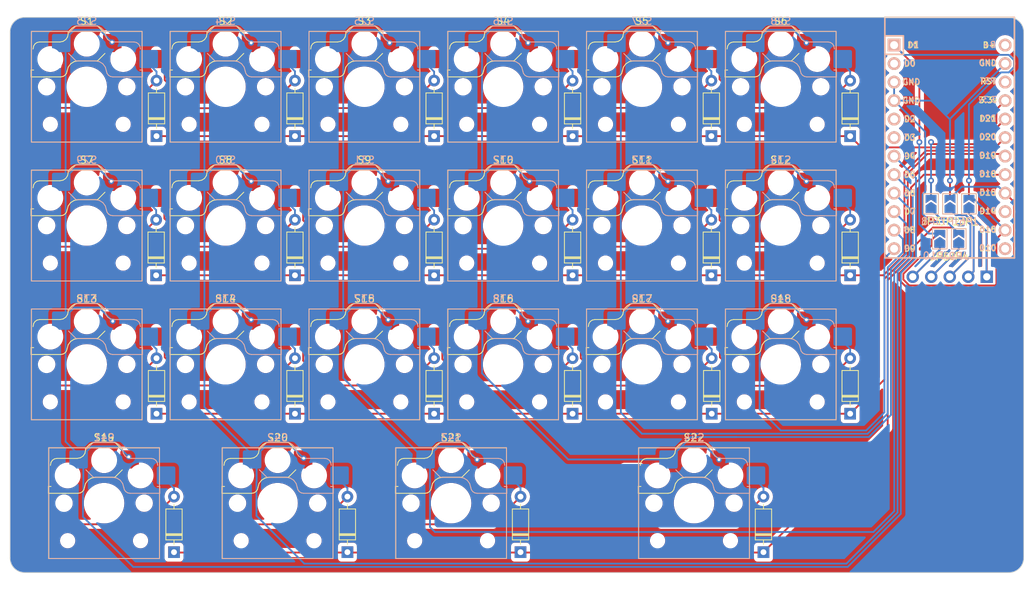
<source format=kicad_pcb>
(kicad_pcb (version 20221018) (generator pcbnew)
  (layers (0 "F.Cu" signal) (31 "B.Cu" signal) (34 "B.Paste" user) (35 "F.Paste" user) (36 "B.SilkS" user "B.Silkscreen") (37 "F.SilkS" user "F.Silkscreen") (38 "B.Mask" user) (39 "F.Mask" user) (44 "Edge.Cuts" user))
  (net 0 "")
  (net 1 "Row1")
  (net 2 "Net-(D1-A)")
  (net 3 "Net-(D2-A)")
  (net 4 "Net-(D3-A)")
  (net 5 "Net-(D4-A)")
  (net 6 "Net-(D5-A)")
  (net 7 "Net-(D6-A)")
  (net 8 "Row2")
  (net 9 "Net-(D7-A)")
  (net 10 "Net-(D8-A)")
  (net 11 "Net-(D9-A)")
  (net 12 "Net-(D10-A)")
  (net 13 "Net-(D11-A)")
  (net 14 "Net-(D12-A)")
  (net 15 "Row3")
  (net 16 "Net-(D13-A)")
  (net 17 "Net-(D14-A)")
  (net 18 "Net-(D15-A)")
  (net 19 "Net-(D16-A)")
  (net 20 "Net-(D17-A)")
  (net 21 "Net-(D18-A)")
  (net 22 "Row4")
  (net 23 "Net-(D19-A)")
  (net 24 "Net-(D20-A)")
  (net 25 "Column1")
  (net 26 "Column2")
  (net 27 "Column3")
  (net 28 "Column4")
  (net 29 "Column5")
  (net 30 "Column6")
  (net 36 "Net-(D21-A)")
  (net 37 "Net-(D22-A)")
  (net 38 "CS")
  (net 39 "Earth")
  (net 40 "+3.3V")
  (net 41 "SCK")
  (net 43 "MOSI")
  (net 45 "Net-(J1-CS)")
  (net 46 "Net-(J1-GND)")
  (net 47 "Net-(J1-VCC)")
  (net 48 "Net-(J1-SCK)")
  (net 49 "Net-(J1-MOSI)")
  (footprint "ScottoKeebs_Components:Diode_DO-35" (layer "F.Cu") (at 104.20875 127.6925 90)
    (fp_text reference "D19" hide)
    (fp_text value "Diode")
  )
  (footprint "ScottoKeebs_Components:Diode_DO-35" (layer "F.Cu") (at 139.90875 89.6925 90)
    (fp_text reference "D9" hide)
    (fp_text value "Diode")
  )
  (footprint "Jumper:SolderJumper-2_P1.3mm_Open_TrianglePad1.0x1.5mm" (layer "F.Cu") (at 208.10875 79.8925 90)
    (fp_text reference "JP3")
    (fp_text value "SolderJumper_2_Open" hide)
  )
  (footprint "ScottoKeebs_Hotswap:Hotswap_Choc_V1V2_1.00u" (layer "F.Cu") (at 92.23375 63.8175)
    (fp_text reference "S1")
    (fp_text value "Keyswitch")
  )
  (footprint "ScottoKeebs_Components:Diode_DO-35" (layer "F.Cu") (at 178.00875 108.6925 90)
    (fp_text reference "D17" hide)
    (fp_text value "Diode")
  )
  (footprint "Jumper:SolderJumper-2_P1.3mm_Open_TrianglePad1.0x1.5mm" (layer "F.Cu") (at 210.70875 79.8925 90)
    (fp_text reference "JP2")
    (fp_text value "SolderJumper_2_Open" hide)
  )
  (footprint "ScottoKeebs_Hotswap:Hotswap_Choc_V1V2_1.00u" (layer "F.Cu") (at 130.33375 63.8175)
    (fp_text reference "S3")
    (fp_text value "Keyswitch")
  )
  (footprint "ScottoKeebs_Components:Diode_DO-35" (layer "F.Cu") (at 185.10875 127.6925 90)
    (fp_text reference "D22" hide)
    (fp_text value "Diode")
  )
  (footprint "Jumper:SolderJumper-2_P1.3mm_Open_TrianglePad1.0x1.5mm" (layer "F.Cu") (at 213.30875 79.8925 90)
    (fp_text reference "JP1")
    (fp_text value "SolderJumper_2_Open" hide)
  )
  (footprint "ScottoKeebs_Hotswap:Hotswap_Choc_V1V2_2.25u" (layer "F.Cu") (at 175.5775 120.9675)
    (fp_text reference "S22")
    (fp_text value "Keyswitch")
  )
  (footprint "ScottoKeebs_Hotswap:Hotswap_Choc_V1V2_1.00u" (layer "F.Cu") (at 187.48375 82.8675)
    (fp_text reference "S12")
    (fp_text value "Keyswitch")
  )
  (footprint "Jumper:SolderJumper-2_P1.3mm_Open_TrianglePad1.0x1.5mm" (layer "F.Cu") (at 209.30875 84.6925 90)
    (fp_text reference "JP5")
    (fp_text value "SolderJumper_2_Open" hide)
  )
  (footprint "ScottoKeebs_Hotswap:Hotswap_Choc_V1V2_1.00u" (layer "F.Cu") (at 130.33375 82.8675)
    (fp_text reference "S9")
    (fp_text value "Keyswitch")
  )
  (footprint "ScottoKeebs_Components:Diode_DO-35" (layer "F.Cu") (at 197.00875 108.6925 90)
    (fp_text reference "D18" hide)
    (fp_text value "Diode")
  )
  (footprint "ScottoKeebs_Hotswap:Hotswap_Choc_V1V2_1.00u" (layer "F.Cu") (at 111.28375 101.9175)
    (fp_text reference "S14")
    (fp_text value "Keyswitch")
  )
  (footprint "ScottoKeebs_Hotswap:Hotswap_Choc_V1V2_1.25u" (layer "F.Cu") (at 94.615 120.9675)
    (fp_text reference "S19")
    (fp_text value "Keyswitch")
  )
  (footprint "ScottoKeebs_Hotswap:Hotswap_Choc_V1V2_1.00u" (layer "F.Cu") (at 92.23375 82.8675)
    (fp_text reference "S7")
    (fp_text value "Keyswitch")
  )
  (footprint "ScottoKeebs_Hotswap:Hotswap_Choc_V1V2_1.00u" (layer "F.Cu") (at 111.28375 63.8175)
    (fp_text reference "S2")
    (fp_text value "Keyswitch")
  )
  (footprint "ScottoKeebs_Components:Diode_DO-35" (layer "F.Cu") (at 120.80875 70.5925 90)
    (fp_text reference "D2" hide)
    (fp_text value "Diode")
  )
  (footprint "ScottoKeebs_Hotswap:Hotswap_Choc_V1V2_1.00u" (layer "F.Cu") (at 149.38375 82.8675)
    (fp_text reference "S10")
    (fp_text value "Keyswitch")
  )
  (footprint "ScottoKeebs_Components:Diode_DO-35" (layer "F.Cu") (at 177.95875 70.5925 90)
    (fp_text reference "D5" hide)
    (fp_text value "Diode")
  )
  (footprint "ScottoKeebs_Hotswap:Hotswap_Choc_V1V2_1.25u" (layer "F.Cu") (at 118.4275 120.9675)
    (fp_text reference "S20")
    (fp_text value "Keyswitch")
  )
  (footprint "ScottoKeebs_Components:Diode_DO-35" (layer "F.Cu") (at 139.90875 108.6925 90)
    (fp_text reference "D15" hide)
    (fp_text value "Diode")
  )
  (footprint "ScottoKeebs_Hotswap:Hotswap_Choc_V1V2_1.00u" (layer "F.Cu") (at 92.23375 101.9175)
    (fp_text reference "S13")
    (fp_text value "Keyswitch")
  )
  (footprint "ScottoKeebs_Hotswap:Hotswap_Choc_V1V2_1.00u" (layer "F.Cu") (at 168.43375 63.8175)
    (fp_text reference "S5")
    (fp_text value "Keyswitch")
  )
  (footprint "Jumper:SolderJumper-2_P1.3mm_Open_TrianglePad1.0x1.5mm" (layer "F.Cu") (at 211.90875 84.6925 90)
    (fp_text reference "JP4")
    (fp_text value "SolderJumper_2_Open" hide)
  )
  (footprint "ScottoKeebs_Components:Diode_DO-35" (layer "F.Cu") (at 151.765 127.6925 90)
    (fp_text reference "D21" hide)
    (fp_text value "Diode")
  )
  (footprint "ScottoKeebs_Components:Diode_DO-35" (layer "F.Cu") (at 120.80875 89.6925 90)
    (fp_text reference "D8" hide)
    (fp_text value "Diode")
  )
  (footprint "ScottoKeebs_Hotswap:Hotswap_Choc_V1V2_1.00u" (layer "F.Cu") (at 187.48375 63.8175)
    (fp_text reference "S6")
    (fp_text value "Keyswitch")
  )
  (footprint "ScottoKeebs_Components:Diode_DO-35" (layer "F.Cu") (at 101.80875 70.5925 90)
    (fp_text reference "D1" hide)
    (fp_text value "Diode")
  )
  (footprint "ScottoKeebs_Hotswap:Hotswap_Choc_V1V2_1.00u" (layer "F.Cu") (at 168.43375 101.9175)
    (fp_text reference "S17")
    (fp_text value "Keyswitch")
  )
  (footprint "ScottoKeebs_Hotswap:Hotswap_Choc_V1V2_1.00u" (layer "F.Cu") (at 149.38375 63.8175)
    (fp_text reference "S4")
    (fp_text value "Keyswitch")
  )
  (footprint "ScottoKeebs_Components:Diode_DO-35" (layer "F.Cu") (at 158.90875 89.6925 90)
    (fp_text reference "D10" hide)
    (fp_text value "Diode")
  )
  (footprint "ScottoKeebs_Components:Diode_DO-35" (layer "F.Cu") (at 158.90875 108.6925 90)
    (fp_text reference "D16" hide)
    (fp_text value "Diode")
  )
  (footprint "ScottoKeebs_Components:Diode_DO-35" (layer "F.Cu") (at 128.00875 127.6925 90)
    (fp_text reference "D20" hide)
    (fp_text value "Diode")
  )
  (footprint "ScottoKeebs_Components:Diode_DO-35" (layer "F.Cu") (at 120.80875 108.6925 90)
    (fp_text reference "D14" hide)
    (fp_text value "Diode")
  )
  (footprint "ScottoKeebs_Hotswap:Hotswap_Choc_V1V2_1.25u" (layer "F.Cu") (at 142.24 120.9675)
    (fp_text reference "S21")
    (fp_text value "Keyswitch")
  )
  (footprint "ScottoKeebs_Components:Diode_DO-35" (layer "F.Cu") (at 158.90875 70.6025 90)
    (fp_text reference "D4" hide)
    (fp_text value "Diode")
  )
  (footprint "ScottoKeebs_Components:Diode_DO-35" (layer "F.Cu") (at 197.00875 89.6925 90)
    (fp_text reference "D12" hide)
    (fp_text value "Diode")
  )
  (footprint "ScottoKeebs_Hotswap:Hotswap_Choc_V1V2_1.00u" (layer "F.Cu") (at 168.43375 82.8675)
    (fp_text reference "S11")
    (fp_text value "Keyswitch")
  )
  (footprint "ScottoKeebs_Components:Diode_DO-35" (layer "F.Cu") (at 101.75875 89.6925 90)
    (fp_text reference "D7" hide)
    (fp_text value "Diode")
  )
  (footprint "ScottoKeebs_Hotswap:Hotswap_Choc_V1V2_1.00u" (layer "F.Cu") (at 149.38375 101.9175)
    (fp_text reference "S16")
    (fp_text value "Keyswitch")
  )
  (footprint "ScottoKeebs_Components:OLED_128x32_Nice_View" (layer "F.Cu") (at 203.75625 91.1975 90)
    (fp_text reference "J1" hide)
    (fp_text value "OLED")
  )
  (footprint "ScottoKeebs_Hotswap:Hotswap_Choc_V1V2_1.00u" (layer "F.Cu") (at 130.33375 101.9175)
    (fp_text reference "S15")
    (fp_text value "Keyswitch")
  )
  (footprint "ScottoKeebs_Components:Diode_DO-35" (layer "F.Cu") (at 177.95875 89.6925 90)
    (fp_text reference "D11" hide)
    (fp_text value "Diode")
  )
  (footprint "ScottoKeebs_Hotswap:Hotswap_Choc_V1V2_1.00u" (layer "F.Cu") (at 111.28375 82.8675)
    (fp_text reference "S8")
    (fp_text value "Keyswitch")
  )
  (footprint "ScottoKeebs_Components:Diode_DO-35" (layer "F.Cu") (at 197.00875 70.6025 90)
    (fp_text reference "D6" hide)
    (fp_text value "Diode")
  )
  (footprint "ScottoKeebs_Components:Diode_DO-35" (layer "F.Cu") (at 139.90875 70.5925 90)
    (fp_text reference "D3" hide)
    (fp_text value "Diode")
  )
  (footprint "ScottoKeebs_Hotswap:Hotswap_Choc_V1V2_1.00u" (layer "F.Cu") (at 187.48375 101.9175)
    (fp_text reference "S18")
    (fp_text value "Keyswitch")
  )
  (footprint "ScottoKeebs_Components:Diode_DO-35" (layer "F.Cu") (at 101.80875 108.6925 90)
    (fp_text reference "D13" hide)
    (fp_text value "Diode")
  )
  (footprint "ScottoKeebs_MCU:Nice_Nano_V2" (layer "F.Cu") (at 210.66125 72.0725)
    (fp_text reference "U1" hide)
    (fp_text value "Nice_Nano_V2" hide)
  )
  (footprint "ScottoKeebs_Hotswap:Hotswap_Choc_V1V2_1.00u" (layer "B.Cu") (at 92.23375 101.9175 180)
    (fp_text reference "S35")
    (fp_text value "Keyswitch")
  )
  (footprint "ScottoKeebs_Hotswap:Hotswap_Choc_V1V2_1.00u" (layer "B.Cu") (at 92.23375 63.8175 180)
    (fp_text reference "S23")
    (fp_text value "Keyswitch")
  )
  (footprint "ScottoKeebs_Hotswap:Hotswap_Choc_V1V2_1.00u" (layer "B.Cu") (at 149.38375 82.8675 180)
    (fp_text reference "S32")
    (fp_text value "Keyswitch")
  )
  (footprint "ScottoKeebs_Hotswap:Hotswap_Choc_V1V2_1.00u" (layer "B.Cu") (at 187.48375 101.9175 180)
    (fp_text reference "S40")
    (fp_text value "Keyswitch")
  )
  (footprint "Jumper:SolderJumper-2_P1.3mm_Open_TrianglePad1.0x1.5mm" (layer "B.Cu") (at 213.30875 79.8925 90)
    (fp_text reference "JP6")
    (fp_text value "SolderJumper_2_Open" hide)
  )
  (footprint "ScottoKeebs_Hotswap:Hotswap_Choc_V1V2_1.00u" (layer "B.Cu") (at 168.43375 101.9175 180)
    (fp_text reference "S39")
    (fp_text value "Keyswitch")
  )
  (footprint "ScottoKeebs_Hotswap:Hotswap_Choc_V1V2_1.25u" (layer "B.Cu") (at 118.4275 120.9675 180)
    (fp_text reference "S42")
    (fp_text value "Keyswitch")
  )
  (footprint "ScottoKeebs_Hotswap:Hotswap_Choc_V1V2_1.00u" (layer "B.Cu") (at 187.48375 82.8675 180)
    (fp_text reference "S34")
    (fp_text value "Keyswitch")
  )
  (footprint "ScottoKeebs_Hotswap:Hotswap_Choc_V1V2_1.00u" (layer "B.Cu") (at 92.23375 82.8675 180)
    (fp_text reference "S29")
    (fp_text value "Keyswitch")
  )
  (footprint "Jumper:SolderJumper-2_P1.3mm_Open_TrianglePad1.0x1.5mm" (layer "B.Cu") (at 209.30875 84.6925 90)
    (fp_text reference "JP10")
    (fp_text value "SolderJumper_2_Open" hide)
  )
  (footprint "Jumper:SolderJumper-2_P1.3mm_Open_TrianglePad1.0x1.5mm" (layer "B.Cu") (at 208.10875 79.8925 90)
    (fp_text reference "JP8")
    (fp_text value "SolderJumper_2_Open" hide)
  )
  (footprint "ScottoKeebs_Hotswap:Hotswap_Choc_V1V2_2.25u" (layer "B.Cu") (at 175.5775 120.9675 180)
    (fp_text reference "S44")
    (fp_text value "Keyswitch")
  )
  (footprint "ScottoKeebs_Hotswap:Hotswap_Choc_V1V2_1.00u" (layer "B.Cu") (at 187.48375 63.8175 180)
    (fp_text reference "S28")
    (fp_text value "Keyswitch")
  )
  (footprint "ScottoKeebs_Hotswap:Hotswap_Choc_V1V2_1.00u" (layer "B.Cu") (at 168.43375 82.8675 180)
    (fp_text reference "S33")
    (fp_text value "Keyswitch")
  )
  (footprint "ScottoKeebs_Hotswap:Hotswap_Choc_V1V2_1.00u" (layer "B.Cu") (at 111.28375 82.8675 180)
    (fp_text reference "S30")
    (fp_text value "Keyswitch")
  )
  (footprint "Jumper:SolderJumper-2_P1.3mm_Open_TrianglePad1.0x1.5mm" (layer "B.Cu") (at 211.90875 84.6925 90)
    (fp_text reference "JP9")
    (fp_text value "SolderJumper_2_Open" hide)
  )
  (footprint "ScottoKeebs_Hotswap:Hotswap_Choc_V1V2_1.00u" (layer "B.Cu") (at 130.33375 101.9175 180)
    (fp_text reference "S37")
    (fp_text value "Keyswitch")
  )
  (footprint "Jumper:SolderJumper-2_P1.3mm_Open_TrianglePad1.0x1.5mm" (layer "B.Cu") (at 210.70875 79.8925 90)
    (fp_text reference "JP7")
    (fp_text value "SolderJumper_2_Open" hide)
  )
  (footprint "ScottoKeebs_Hotswap:Hotswap_Choc_V1V2_1.25u" (layer "B.Cu") (at 94.615 120.9675 180)
    (fp_text reference "S41")
    (fp_text value "Keyswitch")
  )
  (footprint "ScottoKeebs_Hotswap:Hotswap_Choc_V1V2_1.00u" (layer "B.Cu") (at 111.28375 63.8175 180)
    (fp_text reference "S24")
    (fp_text value "Keyswitch")
  )
  (footprint "ScottoKeebs_Hotswap:Hotswap_Choc_V1V2_1.00u" (layer "B.Cu") (at 149.38375 63.8175 180)
    (fp_text reference "S26")
    (fp_text value "Keyswitch")
  )
  (footprint "ScottoKeebs_Hotswap:Hotswap_Choc_V1V2_1.00u" (layer "B.Cu") (at 168.43375 63.8175 180)
    (fp_text reference "S27")
    (fp_text value "Keyswitch")
  )
  (footprint "ScottoKeebs_Hotswap:Hotswap_Choc_V1V2_1.25u" (layer "B.Cu") (at 142.24 120.9675 180)
    (fp_text reference "S43")
    (fp_text value "Keyswitch")
  )
  (footprint "ScottoKeebs_Hotswap:Hotswap_Choc_V1V2_1.00u" (layer "B.Cu") (at 130.33375 63.8175 180)
    (fp_text reference "S25")
    (fp_text value "Keyswitch")
  )
  (footprint "ScottoKeebs_Hotswap:Hotswap_Choc_V1V2_1.00u" (layer "B.Cu") (at 130.33375 82.8675 180)
    (fp_text reference "S31")
    (fp_text value "Keyswitch")
  )
  (footprint "ScottoKeebs_Hotswap:Hotswap_Choc_V1V2_1.00u" (layer "B.Cu") (at 149.38375 101.9175 180)
    (fp_text reference "S38")
    (fp_text value "Keyswitch")
  )
  (footprint "ScottoKeebs_Hotswap:Hotswap_Choc_V1V2_1.00u" (layer "B.Cu") (at 111.28375 101.9175 180)
    (fp_text reference "S36")
    (fp_text value "Keyswitch")
  )
  (gr_arc (start 81.70875 56.2925) (mid 82.294539 54.878304) (end 83.70875 54.2925) (stroke (width 0.1)) (layer "Edge.Cuts"))
  (gr_line (start 81.70875 128.4925) (end 81.70875 56.2925) (stroke (width 0.1)) (layer "Edge.Cuts"))
  (gr_arc (start 218.82125 54.2925) (mid 220.235496 54.878269) (end 220.82125 56.2925) (stroke (width 0.1)) (layer "Edge.Cuts"))
  (gr_line (start 218.82125 130.4925) (end 83.70875 130.4925) (stroke (width 0.1)) (layer "Edge.Cuts"))
  (gr_line (start 220.82125 56.2925) (end 220.82125 128.4925) (stroke (width 0.1)) (layer "Edge.Cuts"))
  (gr_line (start 83.70875 54.2925) (end 218.82125 54.2925) (stroke (width 0.1)) (layer "Edge.Cuts"))
  (gr_arc (start 220.82125 128.4925) (mid 220.235464 129.906714) (end 218.82125 130.4925) (stroke (width 0.1)) (layer "Edge.Cuts"))
  (gr_arc (start 83.70875 130.4925) (mid 82.294536 129.906714) (end 81.70875 128.4925) (stroke (width 0.1)) (layer "Edge.Cuts"))
  (segment (start 198.54745 72.1412) (end 214.40255 72.1412) (width 0.25) (layer "F.Cu") (net 1))
  (segment (start 120.80875 70.5925) (end 139.90875 70.5925) (width 0.25) (layer "F.Cu") (net 1))
  (segment (start 196.99875 70.5925) (end 197.00875 70.6025) (width 0.25) (layer "F.Cu") (net 1))
  (segment (start 158.90875 70.6025) (end 177.94875 70.6025) (width 0.25) (layer "F.Cu") (net 1))
  (segment (start 214.40255 72.1412) (end 218.28125 68.2625) (width 0.25) (layer "F.Cu") (net 1))
  (segment (start 158.89875 70.5925) (end 158.90875 70.6025) (width 0.25) (layer "F.Cu") (net 1))
  (segment (start 101.80875 70.5925) (end 120.80875 70.5925) (width 0.25) (layer "F.Cu") (net 1))
  (segment (start 139.90875 70.5925) (end 158.89875 70.5925) (width 0.25) (layer "F.Cu") (net 1))
  (segment (start 197.00875 70.6025) (end 198.54745 72.1412) (width 0.25) (layer "F.Cu") (net 1))
  (segment (start 177.94875 70.6025) (end 177.95875 70.5925) (width 0.25) (layer "F.Cu") (net 1))
  (segment (start 177.95875 70.5925) (end 196.99875 70.5925) (width 0.25) (layer "F.Cu") (net 1))
  (segment (start 87.23375 60.0175) (end 87.25875 60.0425) (width 0.25) (layer "F.Cu") (net 2))
  (segment (start 96.33375 60.9175) (end 97.23375 60.0175) (width 0.25) (layer "F.Cu") (net 2))
  (segment (start 97.20875 60.0425) (end 97.23375 60.0175) (width 0.25) (layer "F.Cu") (net 2))
  (segment (start 83.73375 60.0175) (end 83.73375 62.691333) (width 0.25) (layer "F.Cu") (net 2))
  (segment (start 98.06375 66.7175) (end 101.80875 62.9725) (width 0.25) (layer "F.Cu") (net 2))
  (segment (start 87.759917 66.7175) (end 98.06375 66.7175) (width 0.25) (layer "F.Cu") (net 2))
  (segment (start 83.73375 62.691333) (end 87.759917 66.7175) (width 0.25) (layer "F.Cu") (net 2))
  (segment (start 87.23375 60.0175) (end 88.13375 60.9175) (width 0.25) (layer "F.Cu") (net 2))
  (segment (start 101.80875 61.7425) (end 101.80875 62.9725) (width 0.25) (layer "B.Cu") (net 2))
  (segment (start 100.08375 60.0175) (end 101.80875 61.7425) (width 0.25) (layer "B.Cu") (net 2))
  (segment (start 106.28375 60.0175) (end 106.30875 60.0425) (width 0.25) (layer "F.Cu") (net 3))
  (segment (start 116.25875 60.0425) (end 116.28375 60.0175) (width 0.25) (layer "F.Cu") (net 3))
  (segment (start 102.78375 60.0175) (end 102.93375 60.1675) (width 0.25) (layer "F.Cu") (net 3))
  (segment (start 102.93375 62.8975) (end 106.79875 66.7625) (width 0.25) (layer "F.Cu") (net 3))
  (segment (start 106.79875 66.7625) (end 117.01875 66.7625) (width 0.25) (layer "F.Cu") (net 3))
  (segment (start 117.01875 66.7625) (end 120.80875 62.9725) (width 0.25) (layer "F.Cu") (net 3))
  (segment (start 102.93375 60.1675) (end 102.93375 62.8975) (width 0.25) (layer "F.Cu") (net 3))
  (segment (start 119.13375 60.0175) (end 120.80875 61.6925) (width 0.25) (layer "B.Cu") (net 3))
  (segment (start 120.80875 61.6925) (end 120.80875 62.9725) (width 0.25) (layer "B.Cu") (net 3))
  (segment (start 123.50875 61.6925) (end 123.50875 64.366333) (width 0.25) (layer "F.Cu") (net 4))
  (segment (start 136.13875 66.7425) (end 139.90875 62.9725) (width 0.25) (layer "F.Cu") (net 4))
  (segment (start 125.884917 66.7425) (end 136.13875 66.7425) (width 0.25) (layer "F.Cu") (net 4))
  (segment (start 121.83375 60.0175) (end 123.50875 61.6925) (width 0.25) (layer "F.Cu") (net 4))
  (segment (start 135.30875 60.0425) (end 135.33375 60.0175) (width 0.25) (layer "F.Cu") (net 4))
  (segment (start 123.50875 64.366333) (end 125.884917 66.7425) (width 0.25) (layer "F.Cu") (net 4))
  (segment (start 125.33375 60.0175) (end 125.35875 60.0425) (width 0.25) (layer "F.Cu") (net 4))
  (segment (start 138.18375 60.0175) (end 139.90875 61.7425) (width 0.25) (layer "B.Cu") (net 4))
  (segment (start 139.90875 61.7425) (end 139.90875 62.9725) (width 0.25) (layer "B.Cu") (net 4))
  (segment (start 144.934917 66.7425) (end 155.14875 66.7425) (width 0.25) (layer "F.Cu") (net 5))
  (segment (start 144.38375 60.0175) (end 144.40875 60.0425) (width 0.25) (layer "F.Cu") (net 5))
  (segment (start 142.55875 64.366333) (end 144.934917 66.7425) (width 0.25) (layer "F.Cu") (net 5))
  (segment (start 154.35875 60.0425) (end 154.38375 60.0175) (width 0.25) (layer "F.Cu") (net 5))
  (segment (start 155.14875 66.7425) (end 158.90875 62.9825) (width 0.25) (layer "F.Cu") (net 5))
  (segment (start 142.55875 61.6925) (end 142.55875 64.366333) (width 0.25) (layer "F.Cu") (net 5))
  (segment (start 140.88375 60.0175) (end 142.55875 61.6925) (width 0.25) (layer "F.Cu") (net 5))
  (segment (start 158.90875 61.6925) (end 158.90875 62.9825) (width 0.25) (layer "B.Cu") (net 5))
  (segment (start 157.23375 60.0175) (end 158.90875 61.6925) (width 0.25) (layer "B.Cu") (net 5))
  (segment (start 173.40875 60.0425) (end 173.43375 60.0175) (width 0.25) (layer "F.Cu") (net 6))
  (segment (start 161.60875 64.366333) (end 163.959917 66.7175) (width 0.25) (layer "F.Cu") (net 6))
  (segment (start 159.93375 60.0175) (end 161.60875 61.6925) (width 0.25) (layer "F.Cu") (net 6))
  (segment (start 161.60875 61.6925) (end 161.60875 64.366333) (width 0.25) (layer "F.Cu") (net 6))
  (segment (start 174.21375 66.7175) (end 177.95875 62.9725) (width 0.25) (layer "F.Cu") (net 6))
  (segment (start 163.43375 60.0175) (end 163.45875 60.0425) (width 0.25) (layer "F.Cu") (net 6))
  (segment (start 163.959917 66.7175) (end 174.21375 66.7175) (width 0.25) (layer "F.Cu") (net 6))
  (segment (start 177.95875 61.6925) (end 177.95875 62.9725) (width 0.25) (layer "B.Cu") (net 6))
  (segment (start 176.28375 60.0175) (end 177.95875 61.6925) (width 0.25) (layer "B.Cu") (net 6))
  (segment (start 192.45875 60.0425) (end 192.48375 60.0175) (width 0.25) (layer "F.Cu") (net 7))
  (segment (start 178.98375 60.0175) (end 179.08375 60.1175) (width 0.25) (layer "F.Cu") (net 7))
  (segment (start 183.009917 66.7175) (end 193.27375 66.7175) (width 0.25) (layer "F.Cu") (net 7))
  (segment (start 193.27375 66.7175) (end 197.00875 62.9825) (width 0.25) (layer "F.Cu") (net 7))
  (segment (start 182.48375 60.0175) (end 182.50875 60.0425) (width 0.25) (layer "F.Cu") (net 7))
  (segment (start 179.08375 62.791333) (end 183.009917 66.7175) (width 0.25) (layer "F.Cu") (net 7))
  (segment (start 179.08375 60.1175) (end 179.08375 62.791333) (width 0.25) (layer "F.Cu") (net 7))
  (segment (start 197.00875 61.6925) (end 197.00875 62.9825) (width 0.25) (layer "B.Cu") (net 7))
  (segment (start 195.33375 60.0175) (end 197.00875 61.6925) (width 0.25) (layer "B.Cu") (net 7))
  (segment (start 204.45875 86.7925) (end 204.45875 75.5425) (width 0.25) (layer "F.Cu") (net 8))
  (segment (start 139.90875 89.6925) (end 158.90875 89.6925) (width 0.25) (layer "F.Cu") (net 8))
  (segment (start 204.45875 75.5425) (end 207.41005 72.5912) (width 0.25) (layer "F.Cu") (net 8))
  (segment (start 197.00875 89.6925) (end 201.55875 89.6925) (width 0.25) (layer "F.Cu") (net 8))
  (segment (start 158.90875 89.6925) (end 177.95875 89.6925) (width 0.25) (layer "F.Cu") (net 8))
  (segment (start 207.41005 72.5912) (end 216.49255 72.5912) (width 0.25) (layer "F.Cu") (net 8))
  (segment (start 201.55875 89.6925) (end 204.45875 86.7925) (width 0.25) (layer "F.Cu") (net 8))
  (segment (start 216.49255 72.5912) (end 218.28125 70.8025) (width 0.25) (layer "F.Cu") (net 8))
  (segment (start 120.80875 89.6925) (end 139.90875 89.6925) (width 0.25) (layer "F.Cu") (net 8))
  (segment (start 101.75875 89.6925) (end 120.80875 89.6925) (width 0.25) (layer "F.Cu") (net 8))
  (segment (start 177.95875 89.6925) (end 197.00875 89.6925) (width 0.25) (layer "F.Cu") (net 8))
  (segment (start 83.73375 79.0675) (end 83.73375 81.741333) (width 0.25) (layer "F.Cu") (net 9))
  (segment (start 97.20875 79.0925) (end 97.23375 79.0675) (width 0.25) (layer "F.Cu") (net 9))
  (segment (start 83.73375 81.741333) (end 87.759917 85.7675) (width 0.25) (layer "F.Cu") (net 9))
  (segment (start 98.06375 85.7675) (end 101.75875 82.0725) (width 0.25) (layer "F.Cu") (net 9))
  (segment (start 87.23375 79.0675) (end 87.25875 79.0925) (width 0.25) (layer "F.Cu") (net 9))
  (segment (start 87.759917 85.7675) (end 98.06375 85.7675) (width 0.25) (layer "F.Cu") (net 9))
  (segment (start 101.75875 80.7425) (end 101.75875 82.0725) (width 0.25) (layer "B.Cu") (net 9))
  (segment (start 100.08375 79.0675) (end 101.75875 80.7425) (width 0.25) (layer "B.Cu") (net 9))
  (segment (start 102.78375 79.0675) (end 102.88375 79.1675) (width 0.25) (layer "F.Cu") (net 10))
  (segment (start 102.88375 79.1675) (end 102.88375 81.8875) (width 0.25) (layer "F.Cu") (net 10))
  (segment (start 106.28375 79.0675) (end 106.30875 79.0925) (width 0.25) (layer "F.Cu") (net 10))
  (segment (start 106.76375 85.7675) (end 117.11375 85.7675) (width 0.25) (layer "F.Cu") (net 10))
  (segment (start 102.88375 81.8875) (end 106.76375 85.7675) (width 0.25) (layer "F.Cu") (net 10))
  (segment (start 116.25875 79.0925) (end 116.28375 79.0675) (width 0.25) (layer "F.Cu") (net 10))
  (segment (start 117.11375 85.7675) (end 120.80875 82.0725) (width 0.25) (layer "F.Cu") (net 10))
  (segment (start 119.13375 79.0675) (end 120.80875 80.7425) (width 0.25) (layer "B.Cu") (net 10))
  (segment (start 120.80875 80.7425) (end 120.80875 82.0725) (width 0.25) (layer "B.Cu") (net 10))
  (segment (start 125.55875 85.7725) (end 136.20875 85.7725) (width 0.25) (layer "F.Cu") (net 11))
  (segment (start 135.30875 79.0925) (end 135.33375 79.0675) (width 0.25) (layer "F.Cu") (net 11))
  (segment (start 121.83375 79.0675) (end 121.93375 79.1675) (width 0.25) (layer "F.Cu") (net 11))
  (segment (start 125.33375 79.0675) (end 125.35875 79.0925) (width 0.25) (layer "F.Cu") (net 11))
  (segment (start 121.93375 82.1475) (end 125.55875 85.7725) (width 0.25) (layer "F.Cu") (net 11))
  (segment (start 121.93375 79.1675) (end 121.93375 82.1475) (width 0.25) (layer "F.Cu") (net 11))
  (segment (start 136.20875 85.7725) (end 139.90875 82.0725) (width 0.25) (layer "F.Cu") (net 11))
  (segment (start 139.90875 80.7925) (end 139.90875 82.0725) (width 0.25) (layer "B.Cu") (net 11))
  (segment (start 138.18375 79.0675) (end 139.90875 80.7925) (width 0.25) (layer "B.Cu") (net 11))
  (segment (start 144.38375 79.0675) (end 144.40875 79.0925) (width 0.25) (layer "F.Cu") (net 12))
  (segment (start 145.194917 86.0525) (end 154.92875 86.0525) (width 0.25) (layer "F.Cu") (net 12))
  (segment (start 154.92875 86.0525) (end 158.90875 82.0725) (width 0.25) (layer "F.Cu") (net 12))
  (segment (start 154.35875 79.0925) (end 154.38375 79.0675) (width 0.25) (layer "F.Cu") (net 12))
  (segment (start 142.55875 80.7425) (end 142.55875 83.416333) (width 0.25) (layer "F.Cu") (net 12))
  (segment (start 142.55875 83.416333) (end 145.194917 86.0525) (width 0.25) (layer "F.Cu") (net 12))
  (segment (start 140.88375 79.0675) (end 142.55875 80.7425) (width 0.25) (layer "F.Cu") (net 12))
  (segment (start 158.90875 80.7425) (end 158.90875 82.0725) (width 0.25) (layer "B.Cu") (net 12))
  (segment (start 157.23375 79.0675) (end 158.90875 80.7425) (width 0.25) (layer "B.Cu") (net 12))
  (segment (start 174.26375 85.7675) (end 177.95875 82.0725) (width 0.25) (layer "F.Cu") (net 13))
  (segment (start 159.93375 79.0675) (end 161.60875 80.7425) (width 0.25) (layer "F.Cu") (net 13))
  (segment (start 161.60875 80.7425) (end 161.60875 83.416333) (width 0.25) (layer "F.Cu") (net 13))
  (segment (start 161.60875 83.416333) (end 163.959917 85.7675) (width 0.25) (layer "F.Cu") (net 13))
  (segment (start 163.959917 85.7675) (end 174.26375 85.7675) (width 0.25) (layer "F.Cu") (net 13))
  (segment (start 173.40875 79.0925) (end 173.43375 79.0675) (width 0.25) (layer "F.Cu") (net 13))
  (segment (start 163.43375 79.0675) (end 163.45875 79.0925) (width 0.25) (layer "F.Cu") (net 13))
  (segment (start 176.28375 79.0675) (end 177.95875 80.7425) (width 0.25) (layer "B.Cu") (net 13))
  (segment (start 177.95875 80.7425) (end 177.95875 82.0725) (width 0.25) (layer "B.Cu") (net 13))
  (segment (start 193.28875 85.7925) (end 197.00875 82.0725) (width 0.25) (layer "F.Cu") (net 14))
  (segment (start 178.98375 79.0675) (end 179.08375 79.1675) (width 0.25) (layer "F.Cu") (net 14))
  (segment (start 192.45875 79.0925) (end 192.48375 79.0675) (width 0.25) (layer "F.Cu") (net 14))
  (segment (start 182.48375 79.0675) (end 182.50875 79.0925) (width 0.25) (layer "F.Cu") (net 14))
  (segment (start 179.08375 82.1075) (end 182.76875 85.7925) (width 0.25) (layer "F.Cu") (net 14))
  (segment (start 182.76875 85.7925) (end 193.28875 85.7925) (width 0.25) (layer "F.Cu") (net 14))
  (segment (start 179.08375 79.1675) (end 179.08375 82.1075) (width 0.25) (layer "F.Cu") (net 14))
  (segment (start 195.33375 79.0675) (end 197.00875 80.7425) (width 0.25) (layer "B.Cu") (net 14))
  (segment (start 197.00875 80.7425) (end 197.00875 82.0725) (width 0.25) (layer "B.Cu") (net 14))
  (segment (start 217.98125 73.0425) (end 218.28125 73.3425) (width 0.25) (layer "F.Cu") (net 15))
  (segment (start 120.80875 108.6925) (end 197.00875 108.6925) (width 0.25) (layer "F.Cu") (net 15))
  (segment (start 197.00875 108.6925) (end 201.70875 103.9925) (width 0.25) (layer "F.Cu") (net 15))
  (segment (start 204.90875 75.728896) (end 207.595146 73.0425) (width 0.25) (layer "F.Cu") (net 15))
  (segment (start 101.80875 108.6925) (end 120.80875 108.6925) (width 0.25) (layer "F.Cu") (net 15))
  (segment (start 201.70875 90.178896) (end 204.90875 86.978896) (width 0.25) (layer "F.Cu") (net 15))
  (segment (start 207.595146 73.0425) (end 217.98125 73.0425) (width 0.25) (layer "F.Cu") (net 15))
  (segment (start 204.90875 86.978896) (end 204.90875 75.728896) (width 0.25) (layer "F.Cu") (net 15))
  (segment (start 201.70875 103.9925) (end 201.70875 90.178896) (width 0.25) (layer "F.Cu") (net 15))
  (segment (start 87.63375 104.8175) (end 98.06375 104.8175) (width 0.25) (layer "F.Cu") (net 16))
  (segment (start 98.06375 104.8175) (end 101.80875 101.0725) (width 0.25) (layer "F.Cu") (net 16))
  (segment (start 83.73375 100.9175) (end 87.63375 104.8175) (width 0.25) (layer "F.Cu") (net 16))
  (segment (start 97.20875 98.1425) (end 97.23375 98.1175) (width 0.25) (layer "F.Cu") (net 16))
  (segment (start 87.23375 98.1175) (end 87.25875 98.1425) (width 0.25) (layer "F.Cu") (net 16))
  (segment (start 83.73375 98.1175) (end 83.73375 100.9175) (width 0.25) (layer "F.Cu") (net 16))
  (segment (start 100.08375 98.1175) (end 101.80875 99.8425) (width 0.25) (layer "B.Cu") (net 16))
  (segment (start 101.80875 99.8425) (end 101.80875 101.0725) (width 0.25) (layer "B.Cu") (net 16))
  (segment (start 102.78375 98.1175) (end 102.93375 98.2675) (width 0.25) (layer "F.Cu") (net 17))
  (segment (start 102.93375 98.2675) (end 102.93375 100.941333) (width 0.25) (layer "F.Cu") (net 17))
  (segment (start 116.25875 98.1425) (end 116.28375 98.1175) (width 0.25) (layer "F.Cu") (net 17))
  (segment (start 106.28375 98.1175) (end 106.30875 98.1425) (width 0.25) (layer "F.Cu") (net 17))
  (segment (start 106.809917 104.8175) (end 117.06375 104.8175) (width 0.25) (layer "F.Cu") (net 17))
  (segment (start 102.93375 100.941333) (end 106.809917 104.8175) (width 0.25) (layer "F.Cu") (net 17))
  (segment (start 117.06375 104.8175) (end 120.80875 101.0725) (width 0.25) (layer "F.Cu") (net 17))
  (segment (start 119.13375 98.1175) (end 120.80875 99.7925) (width 0.25) (layer "B.Cu") (net 17))
  (segment (start 120.80875 99.7925) (end 120.80875 101.0725) (width 0.25) (layer "B.Cu") (net 17))
  (segment (start 121.83375 98.1175) (end 121.93375 98.2175) (width 0.25) (layer "F.Cu") (net 18))
  (segment (start 121.93375 101.4075) (end 125.34375 104.8175) (width 0.25) (layer "F.Cu") (net 18))
  (segment (start 121.93375 98.2175) (end 121.93375 101.4075) (width 0.25) (layer "F.Cu") (net 18))
  (segment (start 136.16375 104.8175) (end 139.90875 101.0725) (width 0.25) (layer "F.Cu") (net 18))
  (segment (start 125.34375 104.8175) (end 136.16375 104.8175) (width 0.25) (layer "F.Cu") (net 18))
  (segment (start 125.33375 98.1175) (end 125.35875 98.1425) (width 0.25) (layer "F.Cu") (net 18))
  (segment (start 135.30875 98.1425) (end 135.33375 98.1175) (width 0.25) (layer "F.Cu") (net 18))
  (segment (start 139.90875 99.8425) (end 139.90875 101.0725) (width 0.25) (layer "B.Cu") (net 18))
  (segment (start 138.18375 98.1175) (end 139.90875 99.8425) (width 0.25) (layer "B.Cu") (net 18))
  (segment (start 144.38375 98.1175) (end 144.40875 98.1425) (width 0.25) (layer "F.Cu") (net 19))
  (segment (start 144.70875 104.8625) (end 155.11875 104.8625) (width 0.25) (layer "F.Cu") (net 19))
  (segment (start 141.03375 98.2675) (end 141.03375 101.1875) (width 0.25) (layer "F.Cu") (net 19))
  (segment (start 141.03375 101.1875) (end 144.70875 104.8625) (width 0.25) (layer "F.Cu") (net 19))
  (segment (start 154.35875 98.1425) (end 154.38375 98.1175) (width 0.25) (layer "F.Cu") (net 19))
  (segment (start 140.88375 98.1175) (end 141.03375 98.2675) (width 0.25) (layer "F.Cu") (net 19))
  (segment (start 155.11875 104.8625) (end 158.90875 101.0725) (width 0.25) (layer "F.Cu") (net 19))
  (segment (start 158.90875 99.7925) (end 158.90875 101.0725) (width 0.25) (layer "B.Cu") (net 19))
  (segment (start 157.23375 98.1175) (end 158.90875 99.7925) (width 0.25) (layer "B.Cu") (net 19))
  (segment (start 163.43375 98.1175) (end 163.45875 98.1425) (width 0.25) (layer "F.Cu") (net 20))
  (segment (start 160.03375 101.0575) (end 163.80875 104.8325) (width 0.25) (layer "F.Cu") (net 20))
  (segment (start 174.24875 104.8325) (end 178.00875 101.0725) (width 0.25) (layer "F.Cu") (net 20))
  (segment (start 173.40875 98.1425) (end 173.43375 98.1175) (width 0.25) (layer "F.Cu") (net 20))
  (segment (start 163.80875 104.8325) (end 174.24875 104.8325) (width 0.25) (layer "F.Cu") (net 20))
  (segment (start 159.93375 98.1175) (end 160.03375 98.2175) (width 0.25) (layer "F.Cu") (net 20))
  (segment (start 160.03375 98.2175) (end 160.03375 101.0575) (width 0.25) (layer "F.Cu") (net 20))
  (segment (start 176.28375 98.1175) (end 178.00875 99.8425) (width 0.25) (layer "B.Cu") (net 20))
  (segment (start 178.00875 99.8425) (end 178.00875 101.0725) (width 0.25) (layer "B.Cu") (net 20))
  (segment (start 182.48375 98.1175) (end 182.50875 98.1425) (width 0.25) (layer "F.Cu") (net 21))
  (segment (start 179.13375 100.941333) (end 183.054917 104.8625) (width 0.25) (layer "F.Cu") (net 21))
  (segment (start 192.45875 98.1425) (end 192.48375 98.1175) (width 0.25) (layer "F.Cu") (net 21))
  (segment (start 183.054917 104.8625) (end 193.21875 104.8625) (width 0.25) (layer "F.Cu") (net 21))
  (segment (start 179.13375 98.2675) (end 179.13375 100.941333) (width 0.25) (layer "F.Cu") (net 21))
  (segment (start 193.21875 104.8625) (end 197.00875 101.0725) (width 0.25) (layer "F.Cu") (net 21))
  (segment (start 178.98375 98.1175) (end 179.13375 98.2675) (width 0.25) (layer "F.Cu") (net 21))
  (segment (start 197.00875 99.7925) (end 197.00875 101.0725) (width 0.25) (layer "B.Cu") (net 21))
  (segment (start 195.33375 98.1175) (end 197.00875 99.7925) (width 0.25) (layer "B.Cu") (net 21))
  (segment (start 185.05875 127.7425) (end 185.10875 127.6925) (width 0.25) (layer "F.Cu") (net 22))
  (segment (start 104.20875 127.6925) (end 104.25875 127.7425) (width 0.25) (layer "F.Cu") (net 22))
  (segment (start 217.86875 75.8825) (end 218.28125 75.8825) (width 0.25) (layer "F.Cu") (net 22))
  (segment (start 202.15875 110.6425) (end 202.15875 90.365292) (width 0.25) (layer "F.Cu") (net 22))
  (segment (start 205.35875 87.165292) (end 205.35875 77.6425) (width 0.25) (layer "F.Cu") (net 22))
  (segment (start 104.25875 127.7425) (end 185.05875 127.7425) (width 0.25) (layer "F.Cu") (net 22))
  (segment (start 207.10875 75.8925) (end 218.27125 75.8925) (width 0.25) (layer "F.Cu") (net 22))
  (segment (start 218.27125 75.8925) (end 218.28125 75.8825) (width 0.25) (layer "F.Cu") (net 22))
  (segment (start 202.15875 90.365292) (end 205.35875 87.165292) (width 0.25) (layer "F.Cu") (net 22))
  (segment (start 185.10875 127.6925) (end 202.15875 110.6425) (width 0.25) (layer "F.Cu") (net 22))
  (segment (start 205.35875 77.6425) (end 207.10875 75.8925) (width 0.25) (layer "F.Cu") (net 22))
  (segment (start 100.41375 123.8675) (end 104.20875 120.0725) (width 0.25) (layer "F.Cu") (net 23))
  (segment (start 90.141167 123.8675) (end 100.41375 123.8675) (width 0.25) (layer "F.Cu") (net 23))
  (segment (start 89.615 117.1675) (end 89.64 117.1925) (width 0.25) (layer "F.Cu") (net 23))
  (segment (start 86.115 119.841333) (end 90.141167 123.8675) (width 0.25) (layer "F.Cu") (net 23))
  (segment (start 99.59 117.1925) (end 99.615 117.1675) (width 0.25) (layer "F.Cu") (net 23))
  (segment (start 86.115 117.1675) (end 86.115 119.841333) (width 0.25) (layer "F.Cu") (net 23))
  (segment (start 102.465 117.1675) (end 104.20875 118.91125) (width 0.25) (layer "B.Cu") (net 23))
  (segment (start 104.20875 118.91125) (end 104.20875 120.0725) (width 0.25) (layer "B.Cu") (net 23))
  (segment (start 113.958667 123.8725) (end 124.20875 123.8725) (width 0.25) (layer "F.Cu") (net 24))
  (segment (start 113.4275 117.1675) (end 113.4525 117.1925) (width 0.25) (layer "F.Cu") (net 24))
  (segment (start 109.9275 119.841333) (end 113.958667 123.8725) (width 0.25) (layer "F.Cu") (net 24))
  (segment (start 109.9275 117.1675) (end 109.9275 119.841333) (width 0.25) (layer "F.Cu") (net 24))
  (segment (start 123.4025 117.1925) (end 123.4275 117.1675) (width 0.25) (layer "F.Cu") (net 24))
  (segment (start 124.20875 123.8725) (end 128.00875 120.0725) (width 0.25) (layer "F.Cu") (net 24))
  (segment (start 128.00875 118.89875) (end 128.00875 120.0725) (width 0.25) (layer "B.Cu") (net 24))
  (segment (start 126.2775 117.1675) (end 128.00875 118.89875) (width 0.25) (layer "B.Cu") (net 24))
  (segment (start 95.6675 76.8675) (end 95.6 76.8) (width 0.25) (layer "F.Cu") (net 25))
  (segment (start 98.115 114.715) (end 98 114.6) (width 0.25) (layer "F.Cu") (net 25))
  (segment (start 95.73375 95.9175) (end 95.73375 95.93375) (width 0.25) (layer "F.Cu") (net 25))
  (segment (start 95.73375 57.8175) (end 95.73375 57.7175) (width 0.25) (layer "F.Cu") (net 25))
  (segment (start 95.73375 76.8675) (end 95.6675 76.8675) (width 0.25) (layer "F.Cu") (net 25))
  (segment (start 95.73375 95.93375) (end 95.8 96) (width 0.25) (layer "F.Cu") (net 25))
  (segment (start 98.115 114.9675) (end 98.115 114.715) (width 0.25) (layer "F.Cu") (net 25))
  (segment (start 95.73375 57.7175) (end 95.70875 57.6925) (width 0.25) (layer "F.Cu") (net 25))
  (via (at 98 114.6) (size 0.8) (drill 0.4) (layers "F.Cu" "B.Cu") (net 25))
  (via (at 95.70875 57.6925) (size 0.8) (drill 0.4) (layers "F.Cu" "B.Cu") (net 25))
  (via (at 95.6 76.8) (size 0.8) (drill 0.4) (layers "F.Cu" "B.Cu") (net 25))
  (via (at 95.8 96) (size 0.8) (drill 0.4) (layers "F.Cu" "B.Cu") (net 25))
  (segment (start 91.765 114.9675) (end 91.765 119.716281) (width 0.25) (layer "B.Cu") (net 25))
  (segment (start 95.6 76.8) (end 93.8675 75.0675) (width 0.25) (layer "B.Cu") (net 25))
  (segment (start 93.9175 94.1175) (end 90.53375 94.1175) (width 0.25) (layer "B.Cu") (net 25))
  (segment (start 95.70875 57.6925) (end 94.03375 56.0175) (width 0.25) (layer "B.Cu") (net 25))
  (segment (start 92.915 113.1675) (end 91.115 114.9675) (width 0.25) (layer "B.Cu") (net 25))
  (segment (start 95.8 96) (end 93.9175 94.1175) (width 0.25) (layer "B.Cu") (net 25))
  (segment (start 203.95875 89.369479) (end 206.04255 87.285679) (width 0.25) (layer "B.Cu") (net 25))
  (segment (start 91.765 119.716281) (end 91.715 119.766281) (width 0.25) (layer "B.Cu") (net 25))
  (segment (start 89.38375 76.8675) (end 89.33375 76.9175) (width 0.25) (layer "B.Cu") (net 25))
  (segment (start 196.675292 129.7175) (end 203.95875 122.434042) (width 0.25) (layer "B.Cu") (net 25))
  (segment (start 90.53375 56.0175) (end 88.73375 57.8175) (width 0.25) (layer "B.Cu") (net 25))
  (segment (start 89.33375 76.8175) (end 89.38375 76.8675) (width 0.25) (layer "B.Cu") (net 25))
  (segment (start 206.04255 87.285679) (end 206.04255 76.3438) (width 0.25) (layer "B.Cu") (net 25))
  (segment (start 93.8675 75.0675) (end 90.53375 75.0675) (width 0.25) (layer "B.Cu") (net 25))
  (segment (start 89.33375 95.9675) (end 89.33375 112.53625) (width 0.25) (layer "B.Cu") (net 25))
  (segment (start 89.33375 95.8675) (end 89.38375 95.9175) (width 0.25) (layer "B.Cu") (net 25))
  (segment (start 89.33375 112.53625) (end 91.765 114.9675) (width 0.25) (layer "B.Cu") (net 25))
  (segment (start 94.03375 56.0175) (end 90.53375 56.0175) (width 0.25) (layer "B.Cu") (net 25))
  (segment (start 91.715 119.766281) (end 91.715 122.83) (width 0.25) (layer "B.Cu") (net 25))
  (segment (start 90.53375 94.1175) (end 88.73375 95.9175) (width 0.25) (layer "B.Cu") (net 25))
  (segment (start 89.38375 95.9175) (end 89.33375 95.9675) (width 0.25) (layer "B.Cu") (net 25))
  (segment (start 98 114.6) (end 96.5675 113.1675) (width 0.25) (layer "B.Cu") (net 25))
  (segment (start 203.95875 122.434042) (end 203.95875 89.369479) (width 0.25) (layer "B.Cu") (net 25))
  (segment (start 206.04255 76.3438) (end 203.04125 73.3425) (width 0.25) (layer "B.Cu") (net 25))
  (segment (start 89.33375 57.8675) (end 89.33375 76.8175) (width 0.25) (layer "B.Cu") (net 25))
  (segment (start 90.53375 75.0675) (end 88.73375 76.8675) (width 0.25) (layer "B.Cu") (net 25))
  (segment (start 89.33375 76.9175) (end 89.33375 95.8675) (width 0.25) (layer "B.Cu") (net 25))
  (segment (start 98.6025 129.7175) (end 196.675292 129.7175) (width 0.25) (layer "B.Cu") (net 25))
  (segment (start 96.5675 113.1675) (end 92.915 113.1675) (width 0.25) (layer "B.Cu") (net 25))
  (segment (start 91.715 122.83) (end 98.6025 129.7175) (width 0.25) (layer "B.Cu") (net 25))
  (segment (start 114.78375 57.81625) (end 114.8 57.8) (width 0.25) (layer "F.Cu") (net 26))
  (segment (start 114.78375 57.8175) (end 114.78375 57.81625) (width 0.25) (layer "F.Cu") (net 26))
  (segment (start 114.78375 95.81625) (end 114.8 95.8) (width 0.25) (layer "F.Cu") (net 26))
  (segment (start 121.9275 114.9675) (end 121.9275 114.8725) (width 0.25) (layer "F.Cu") (net 26))
  (segment (start 121.9275 114.8725) (end 122 114.8) (width 0.25) (layer "F.Cu") (net 26))
  (segment (start 114.78375 95.9175) (end 114.78375 95.81625) (width 0.25) (layer "F.Cu") (net 26))
  (segment (start 114.78375 76.8675) (end 114.78375 76.81625) (width 0.25) (layer "F.Cu") (net 26))
  (segment (start 114.78375 76.81625) (end 114.8 76.8) (width 0.25) (layer "F.Cu") (net 26))
  (via (at 114.8 57.8) (size 0.8) (drill 0.4) (layers "F.Cu" "B.Cu") (net 26))
  (via (at 114.8 76.8) (size 0.8) (drill 0.4) (layers "F.Cu" "B.Cu") (net 26))
  (via (at 114.8 95.8) (size 0.8) (drill 0.4) (layers "F.Cu" "B.Cu") (net 26))
  (via (at 122 114.8) (size 0.8) (drill 0.4) (layers "F.Cu" "B.Cu") (net 26))
  (segment (start 108.43375 95.9175) (end 108.38375 95.9675) (width 0.25) (layer "B.Cu") (net 26))
  (segment (start 114.8 57.8) (end 113.0175 56.0175) (width 0.25) (layer "B.Cu") (net 26))
  (segment (start 203.50875 122.247646) (end 203.50875 89.183083) (width 0.25) (layer "B.Cu") (net 26))
  (segment (start 120.3675 113.1675) (end 116.7275 113.1675) (width 0.25) (layer "B.Cu") (net 26))
  (segment (start 108.38375 107.77375) (end 115.5775 114.9675) (width 0.25) (layer "B.Cu") (net 26))
  (segment (start 108.38375 76.9175) (end 108.38375 95.8675) (width 0.25) (layer "B.Cu") (net 26))
  (segment (start 115.5525 116.287296) (end 115.5525 118.047704) (width 0.25) (layer "B.Cu") (net 26))
  (segment (start 108.43375 76.8675) (end 108.38375 76.9175) (width 0.25) (layer "B.Cu") (net 26))
  (segment (start 115.5275 115.0675) (end 115.5275 116.262296) (width 0.25) (layer "B.Cu") (net 26))
  (segment (start 115.5525 118.047704) (end 115.5275 118.072704) (width 0.25) (layer "B.Cu") (net 26))
  (segment (start 114.8 95.8) (end 113.1175 94.1175) (width 0.25) (layer "B.Cu") (net 26))
  (segment (start 115.5275 122.705) (end 122.09 129.2675) (width 0.25) (layer "B.Cu") (net 26))
  (segment (start 109.58375 56.0175) (end 107.78375 57.8175) (width 0.25) (layer "B.Cu") (net 26))
  (segment (start 115.5275 118.072704) (end 115.5275 122.705) (width 0.25) (layer "B.Cu") (net 26))
  (segment (start 113.0675 75.0675) (end 109.58375 75.0675) (width 0.25) (layer "B.Cu") (net 26))
  (segment (start 108.38375 57.8675) (end 108.38375 76.8175) (width 0.25) (layer "B.Cu") (net 26))
  (segment (start 108.38375 95.8675) (end 108.43375 95.9175) (width 0.25) (layer "B.Cu") (net 26))
  (segment (start 203.50875 89.183083) (end 205.59255 87.099283) (width 0.25) (layer "B.Cu") (net 26))
  (segment (start 196.488896 129.2675) (end 203.50875 122.247646) (width 0.25) (layer "B.Cu") (net 26))
  (segment (start 109.58375 75.0675) (end 107.78375 76.8675) (width 0.25) (layer "B.Cu") (net 26))
  (segment (start 115.5275 116.262296) (end 115.5525 116.287296) (width 0.25) (layer "B.Cu") (net 26))
  (segment (start 108.38375 95.9675) (end 108.38375 107.77375) (width 0.25) (layer "B.Cu") (net 26))
  (segment (start 113.1175 94.1175) (end 109.58375 94.1175) (width 0.25) (layer "B.Cu") (net 26))
  (segment (start 108.43375 57.8175) (end 108.38375 57.8675) (width 0.25) (layer "B.Cu") (net 26))
  (segment (start 205.59255 78.4338) (end 203.04125 75.8825) (width 0.25) (layer "B.Cu") (net 26))
  (segment (start 122.09 129.2675) (end 196.488896 129.2675) (width 0.25) (layer "B.Cu") (net 26))
  (segment (start 108.38375 76.8175) (end 108.43375 76.8675) (width 0.25) (layer "B.Cu") (net 26))
  (segment (start 205.59255 87.099283) (end 205.59255 78.4338) (width 0.25) (layer "B.Cu") (net 26))
  (segment (start 109.58375 94.1175) (end 107.78375 95.9175) (width 0.25) (layer "B.Cu") (net 26))
  (segment (start 114.8 76.8) (end 113.0675 75.0675) (width 0.25) (layer "B.Cu") (net 26))
  (segment (start 122 114.8) (end 120.3675 113.1675) (width 0.25) (layer "B.Cu") (net 26))
  (segment (start 116.7275 113.1675) (end 114.9275 114.9675) (width 0.25) (layer "B.Cu") (net 26))
  (segment (start 113.0175 56.0175) (end 109.58375 56.0175) (width 0.25) (layer "B.Cu") (net 26))
  (segment (start 133.8175 57.8175) (end 133.8 57.8) (width 0.25) (layer "F.Cu") (net 27))
  (segment (start 133.83375 57.8175) (end 133.8175 57.8175) (width 0.25) (layer "F.Cu") (net 27))
  (segment (start 133.6675 76.8675) (end 133.6 76.8) (width 0.25) (layer "F.Cu") (net 27))
  (segment (start 133.83375 76.8675) (end 133.6675 76.8675) (width 0.25) (layer "F.Cu") (net 27))
  (segment (start 145.74 114.9675) (end 145.7675 114.9675) (width 0.25) (layer "F.Cu") (net 27))
  (segment (start 133.83375 95.9175) (end 133.7175 95.9175) (width 0.25) (layer "F.Cu") (net 27))
  (segment (start 133.7175 95.9175) (end 133.6 95.8) (width 0.25) (layer "F.Cu") (net 27))
  (segment (start 145.7675 114.9675) (end 145.8 115) (width 0.25) (layer "F.Cu") (net 27))
  (via (at 133.6 76.8) (size 0.8) (drill 0.4) (layers "F.Cu" "B.Cu") (net 27))
  (via (at 133.6 95.8) (size 0.8) (drill 0.4) (layers "F.Cu" "B.Cu") (net 27))
  (via (at 145.8 115) (size 0.8) (drill 0.4) (layers "F.Cu" "B.Cu") (net 27))
  (via (at 133.8 57.8) (size 0.8) (drill 0.4) (layers "F.Cu" "B.Cu") (net 27))
  (segment (start 203.05875 122.06125) (end 203.05875 88.996687) (width 0.25) (layer "B.Cu") (net 27))
  (segment (start 127.48375 95.9175) (end 126.23375 97.1675) (width 0.25) (layer "B.Cu") (net 27))
  (segment (start 203.05875 88.996687) (end 205.14255 86.912887) (width 0.25) (layer "B.Cu") (net 27))
  (segment (start 137.465 114.9675) (end 139.39 114.9675) (width 0.25) (layer "B.Cu") (net 27))
  (segment (start 127.43375 76.9175) (end 127.43375 95.8675) (width 0.25) (layer "B.Cu") (net 27))
  (segment (start 133.6 95.8) (end 131.9175 94.1175) (width 0.25) (layer "B.Cu") (net 27))
  (segment (start 140.54 113.1675) (end 138.74 114.9675) (width 0.25) (layer "B.Cu") (net 27))
  (segment (start 127.43375 76.8175) (end 127.48375 76.8675) (width 0.25) (layer "B.Cu") (net 27))
  (segment (start 205.14255 86.912887) (end 205.14255 80.5238) (width 0.25) (layer "B.Cu") (net 27))
  (segment (start 138.74 114.9675) (end 139.34 115.5675) (width 0.25) (layer "B.Cu") (net 27))
  (segment (start 127.48375 95.9175) (end 127.48375 100.666281) (width 0.25) (layer "B.Cu") (net 27))
  (segment (start 205.14255 80.5238) (end 203.04125 78.4225) (width 0.25) (layer "B.Cu") (net 27))
  (segment (start 133.8 57.8) (end 132.0175 56.0175) (width 0.25) (layer "B.Cu") (net 27))
  (segment (start 143.9675 113.1675) (end 140.54 113.1675) (width 0.25) (layer "B.Cu") (net 27))
  (segment (start 140.02125 124.9225) (end 200.1975 124.9225) (width 0.25) (layer "B.Cu") (net 27))
  (segment (start 127.43375 57.8675) (end 127.43375 76.8175) (width 0.25) (layer "B.Cu") (net 27))
  (segment (start 127.48375 76.8675) (end 127.43375 76.9175) (width 0.25) (layer "B.Cu") (net 27))
  (segment (start 131.9175 94.1175) (end 128.63375 94.1175) (width 0.25) (layer "B.Cu") (net 27))
  (segment (start 132.0175 56.0175) (end 128.63375 56.0175) (width 0.25) (layer "B.Cu") (net 27))
  (segment (start 128.63375 75.0675) (end 126.83375 76.8675) (width 0.25) (layer "B.Cu") (net 27))
  (segment (start 200.1975 124.9225) (end 203.05875 122.06125) (width 0.25) (layer "B.Cu") (net 27))
  (segment (start 128.63375 94.1175) (end 126.83375 95.9175) (width 0.25) (layer "B.Cu") (net 27))
  (segment (start 145.8 115) (end 143.9675 113.1675) (width 0.25) (layer "B.Cu") (net 27))
  (segment (start 139.39 114.9675) (end 139.34 115.0175) (width 0.25) (layer "B.Cu") (net 27))
  (segment (start 138.62125 114.9675) (end 139.39 114.9675) (width 0.25) (layer "B.Cu") (net 27))
  (segment (start 127.48375 100.666281) (end 127.43375 100.716281) (width 0.25) (layer "B.Cu") (net 27))
  (segment (start 139.34 124.24125) (end 140.02125 124.9225) (width 0.25) (layer "B.Cu") (net 27))
  (segment (start 127.43375 95.8675) (end 127.48375 95.9175) (width 0.25) (layer "B.Cu") (net 27))
  (segment (start 127.43375 100.716281) (end 127.43375 103.78) (width 0.25) (layer "B.Cu") (net 27))
  (segment (start 133.6 76.8) (end 131.8675 75.0675) (width 0.25) (layer "B.Cu") (net 27))
  (segment (start 127.48375 57.8175) (end 127.43375 57.8675) (width 0.25) (layer "B.Cu") (net 27))
  (segment (start 127.43375 103.78) (end 138.62125 114.9675) (width 0.25) (layer "B.Cu") (net 27))
  (segment (start 131.8675 75.0675) (end 128.63375 75.0675) (width 0.25) (layer "B.Cu") (net 27))
  (segment (start 128.63375 56.0175) (end 126.83375 57.8175) (width 0.25) (layer "B.Cu") (net 27))
  (segment (start 139.34 115.5675) (end 139.34 124.24125) (width 0.25) (layer "B.Cu") (net 27))
  (segment (start 152.88375 57.8175) (end 152.8175 57.8175) (width 0.25) (layer "F.Cu") (net 28))
  (segment (start 152.8825 95.9175) (end 152.8 96) (width 0.25) (layer "F.Cu") (net 28))
  (segment (start 179.0775 114.9675) (end 179.0325 114.9675) (width 0.25) (layer "F.Cu") (net 28))
  (segment (start 179.0325 114.9675) (end 179 115) (width 0.25) (layer "F.Cu") (net 28))
  (segment (start 152.8175 57.8175) (end 152.8 57.8) (width 0.25) (layer "F.Cu") (net 28))
  (segment (start 152.88375 95.9175) (end 152.8825 95.9175) (width 0.25) (layer "F.Cu") (net 28))
  (segment (start 152.88375 76.8675) (end 152.9325 76.8675) (width 0.25) (layer "F.Cu") (net 28))
  (segment (start 152.9325 76.8675) (end 153 76.8) (width 0.25) (layer "F.Cu") (net 28))
  (via (at 179 115) (size 0.8) (drill 0.4) (layers "F.Cu" "B.Cu") (net 28))
  (via (at 152.8 96) (size 0.8) (drill 0.4) (layers "F.Cu" "B.Cu") (net 28))
  (via (at 152.8 57.8) (size 0.8) (drill 0.4) (layers "F.Cu" "B.Cu") (net 28))
  (via (at 153 76.8) (size 0.8) (drill 0.4) (layers "F.Cu" "B.Cu") (net 28))
  (segment (start 146.53375 95.9175) (end 145.28375 97.1675) (width 0.25) (layer "B.Cu") (net 28))
  (segment (start 202.60875 88.810291) (end 204.69255 86.726491) (width 0.25) (layer "B.Cu") (net 28))
  (segment (start 151.2675 75.0675) (end 147.68375 75.0675) (width 0.25) (layer "B.Cu") (net 28))
  (segment (start 147.68375 75.0675) (end 145.88375 76.8675) (width 0.25) (layer "B.Cu") (net 28))
  (segment (start 158.307646 114.9675) (end 172.0775 114.9675) (width 0.25) (layer "B.Cu") (net 28))
  (segment (start 204.69255 86.726491) (end 204.69255 82.6138) (width 0.25) (layer "B.Cu") (net 28))
  (segment (start 147.68375 94.1175) (end 145.88375 95.9175) (width 0.25) (layer "B.Cu") (net 28))
  (segment (start 204.69255 82.6138) (end 203.04125 80.9625) (width 0.25) (layer "B.Cu") (net 28))
  (segment (start 177.1675 113.1675) (end 173.8775 113.1675) (width 0.25) (layer "B.Cu") (net 28))
  (segment (start 181.36875 111.8925) (end 199.576396 111.8925) (width 0.25) (layer "B.Cu") (net 28))
  (segment (start 175.749375 111.8925) (end 181.36875 111.8925) (width 0.25) (layer "B.Cu") (net 28))
  (segment (start 146.53375 76.8675) (end 146.48375 76.9175) (width 0.25) (layer "B.Cu") (net 28))
  (segment (start 202.60875 108.860146) (end 202.60875 88.810291) (width 0.25) (layer "B.Cu") (net 28))
  (segment (start 146.53375 95.9175) (end 146.53375 100.666281) (width 0.25) (layer "B.Cu") (net 28))
  (segment (start 153 76.8) (end 151.2675 75.0675) (width 0.25) (layer "B.Cu") (net 28))
  (segment (start 146.53375 100.666281) (end 146.48375 100.716281) (width 0.25) (layer "B.Cu") (net 28))
  (segment (start 175.739375 111.9025) (end 175.749375 111.8925) (width 0.25) (layer "B.Cu") (net 28))
  (segment (start 152.8 57.8) (end 151.0175 56.0175) (width 0.25) (layer "B.Cu") (net 28))
  (segment (start 146.48375 103.143604) (end 158.307646 114.9675) (width 0.25) (layer "B.Cu") (net 28))
  (segment (start 199.576396 111.8925) (end 202.60875 108.860146) (width 0.25) (layer "B.Cu") (net 28))
  (segment (start 175.1525 111.8925) (end 181.36875 111.8925) (width 0.25) (layer "B.Cu") (net 28))
  (segment (start 146.53375 57.8175) (end 146.48375 57.8675) (width 0.25) (layer "B.Cu") (net 28))
  (segment (start 146.48375 100.716281) (end 146.48375 103.143604) (width 0.25) (layer "B.Cu") (net 28))
  (segment (start 179 115) (end 177.1675 113.1675) (width 0.25) (layer "B.Cu") (net 28))
  (segment (start 146.48375 76.8175) (end 146.53375 76.8675) (width 0.25) (layer "B.Cu") (net 28))
  (segment (start 146.48375 95.8675) (end 146.53375 95.9175) (width 0.25) (layer "B.Cu") (net 28))
  (segment (start 150.9175 94.1175) (end 147.68375 94.1175) (width 0.25) (layer "B.Cu") (net 28))
  (segment (start 173.8775 113.1675) (end 172.0775 114.9675) (width 0.25) (layer "B.Cu") (net 28))
  (segment (start 152.8 96) (end 150.9175 94.1175) (width 0.25) (layer "B.Cu") (net 28))
  (segment (start 147.68375 56.0175) (end 145.88375 57.8175) (width 0.25) (layer "B.Cu") (net 28))
  (segment (start 146.48375 57.8675) (end 146.48375 76.8175) (width 0.25) (layer "B.Cu") (net 28))
  (segment (start 151.0175 56.0175) (end 147.68375 56.0175) (width 0.25) (layer "B.Cu") (net 28))
  (segment (start 146.48375 76.9175) (end 146.48375 95.8675) (width 0.25) (layer "B.Cu") (net 28))
  (segment (start 172.0775 114.9675) (end 175.1525 111.8925) (width 0.25) (layer "B.Cu") (net 28))
  (segment (start 171.93375 95.93375) (end 172 96) (width 0.25) (layer "F.Cu") (net 29))
  (segment (start 171.93375 95.9175) (end 171.93375 95.93375) (width 0.25) (layer "F.Cu") (net 29))
  (segment (start 171.93375 76.8675) (end 171.93375 76.86625) (width 0.25) (layer "F.Cu") (net 29))
  (segment (start 171.93375 76.86625) (end 172 76.8) (width 0.25) (layer "F.Cu") (net 29))
  (segment (start 171.9825 57.8175) (end 172 57.8) (width 0.25) (layer "F.Cu") (net 29))
  (segment (start 171.93375 57.8175) (end 171.9825 57.8175) (width 0.25) (layer "F.Cu") (net 29))
  (via (at 172 57.8) (size 0.8) (drill 0.4) (layers "F.Cu" "B.Cu") (net 29))
  (via (at 172 76.8) (size 0.8) (drill 0.4) (layers "F.Cu" "B.Cu") (net 29))
  (via (at 172 96) (size 0.8) (drill 0.4) (layers "F.Cu" "B.Cu") (net 29))
  (segment (start 172 76.8) (end 170.2675 75.0675) (width 0.25) (layer "B.Cu") (net 29))
  (segment (start 165.58375 100.666281) (end 165.53375 100.716281) (width 0.25) (layer "B.Cu") (net 29))
  (segment (start 202.15875 108.67375) (end 202.15875 88.623895) (width 0.25) (layer "B.Cu") (net 29))
  (segment (start 172 96) (end 170.1175 94.1175) (width 0.25) (layer "B.Cu") (net 29))
  (segment (start 170.2675 75.0675) (end 166.73375 75.0675) (width 0.25) (layer "B.Cu") (net 29))
  (segment (start 199.39 111.4425) (end 202.15875 108.67375) (width 0.25) (layer "B.Cu") (net 29))
  (segment (start 165.53375 57.8675) (end 165.53375 76.8175) (width 0.25) (layer "B.Cu") (net 29))
  (segment (start 165.58375 57.8175) (end 165.53375 57.8675) (width 0.25) (layer "B.Cu") (net 29))
  (segment (start 165.53375 100.716281) (end 165.53375 108.5425) (width 0.25) (layer "B.Cu") (net 29))
  (segment (start 165.53375 108.5425) (end 168.43375 111.4425) (width 0.25) (layer "B.Cu") (net 29))
  (segment (start 165.53375 76.9175) (end 165.53375 95.8675) (width 0.25) (layer "B.Cu") (net 29))
  (segment (start 165.53375 95.8675) (end 165.58375 95.9175) (width 0.25) (layer "B.Cu") (net 29))
  (segment (start 204.24255 84.7038) (end 203.04125 83.5025) (width 0.25) (layer "B.Cu") (net 29))
  (segment (start 170.2175 56.0175) (end 166.73375 56.0175) (width 0.25) (layer "B.Cu") (net 29))
  (segment (start 204.24255 86.540095) (end 204.24255 84.7038) (width 0.25) (layer "B.Cu") (net 29))
  (segment (start 165.58375 95.9175) (end 165.58375 100.666281) (width 0.25) (layer "B.Cu") (net 29))
  (segment (start 202.15875 88.623895) (end 204.24255 86.540095) (width 0.25) (layer "B.Cu") (net 29))
  (segment (start 172 57.8) (end 170.2175 56.0175) (width 0.25) (layer "B.Cu") (net 29))
  (segment (start 166.73375 94.1175) (end 164.93375 95.9175) (width 0.25) (layer "B.Cu") (net 29))
  (segment (start 166.73375 56.0175) (end 164.93375 57.8175) (width 0.25) (layer "B.Cu") (net 29))
  (segment (start 166.73375 75.0675) (end 164.93375 76.8675) (width 0.25) (layer "B.Cu") (net 29))
  (segment (start 170.1175 94.1175) (end 166.73375 94.1175) (width 0.25) (layer "B.Cu") (net 29))
  (segment (start 165.53375 76.8175) (end 165.58375 76.8675) (width 0.25) (layer "B.Cu") (net 29))
  (segment (start 168.43375 111.4425) (end 199.39 111.4425) (width 0.25) (layer "B.Cu") (net 29))
  (segment (start 165.58375 76.8675) (end 165.53375 76.9175) (width 0.25) (layer "B.Cu") (net 29))
  (segment (start 190.98375 76.8675) (end 190.98375 76.81625) (width 0.25) (layer "F.Cu") (net 30))
  (segment (start 190.98375 95.81625) (end 191 95.8) (width 0.25) (layer "F.Cu") (net 30))
  (segment (start 190.98375 57.81625) (end 191 57.8) (width 0.25) (layer "F.Cu") (net 30))
  (segment (start 190.98375 95.9175) (end 190.98375 95.81625) (width 0.25) (layer "F.Cu") (net 30))
  (segment (start 190.98375 76.81625) (end 191 76.8) (width 0.25) (layer "F.Cu") (net 30))
  (segment (start 190.98375 57.8175) (end 190.98375 57.81625) (width 0.25) (layer "F.Cu") (net 30))
  (via (at 191 76.8) (size 0.8) (drill 0.4) (layers "F.Cu" "B.Cu") (net 30))
  (via (at 191 57.8) (size 0.8) (drill 0.4) (layers "F.Cu" "B.Cu") (net 30))
  (via (at 191 95.8) (size 0.8) (drill 0.4) (layers "F.Cu" "B.Cu") (net 30))
  (segment (start 185.78375 75.0675) (end 183.98375 76.8675) (width 0.25) (layer "B.Cu") (net 30))
  (segment (start 184.63375 57.8175) (end 184.58375 57.8675) (width 0.25) (layer "B.Cu") (net 30))
  (segment (start 184.58375 76.8175) (end 184.63375 76.8675) (width 0.25) (layer "B.Cu") (net 30))
  (segment (start 185.78375 56.0175) (end 183.98375 57.8175) (width 0.25) (layer "B.Cu") (net 30))
  (segment (start 191 95.8) (end 189.3175 94.1175) (width 0.25) (layer "B.Cu") (net 30))
  (segment (start 187.48375 110.9925) (end 199.203604 110.9925) (width 0.25) (layer "B.Cu") (net 30))
  (segment (start 184.58375 76.9175) (end 184.58375 95.8675) (width 0.25) (layer "B.Cu") (net 30))
  (segment (start 199.203604 110.9925) (end 201.70875 108.487354) (width 0.25) (layer "B.Cu") (net 30))
  (segment (start 184.58375 95.8675) (end 184.63375 95.9175) (width 0.25) (layer "B.Cu") (net 30))
  (segment (start 191 57.8) (end 189.2175 56.0175) (width 0.25) (layer "B.Cu") (net 30))
  (segment (start 184.58375 108.0925) (end 187.48375 110.9925) (width 0.25) (layer "B.Cu") (net 30))
  (segment (start 189.2675 75.0675) (end 185.78375 75.0675) (width 0.25) (layer "B.Cu") (net 30))
  (segment (start 184.58375 57.8675) (end 184.58375 76.8175) (width 0.25) (layer "B.Cu") (net 30))
  (segment (start 189.3175 94.1175) (end 185.78375 94.1175) (width 0.25) (layer "B.Cu") (net 30))
  (segment (start 191 76.8) (end 189.2675 75.0675) (width 0.25) (layer "B.Cu") (net 30))
  (segment (start 184.63375 76.8675) (end 184.58375 76.9175) (width 0.25) (layer "B.Cu") (net 30))
  (segment (start 184.63375 100.666281) (end 184.58375 100.716281) (width 0.25) (layer "B.Cu") (net 30))
  (segment (start 189.2175 56.0175) (end 185.78375 56.0175) (width 0.25) (layer "B.Cu") (net 30))
  (segment (start 184.63375 95.9175) (end 184.63375 100.666281) (width 0.25) (layer "B.Cu") (net 30))
  (segment (start 185.78375 94.1175) (end 183.98375 95.9175) (width 0.25) (layer "B.Cu") (net 30))
  (segment (start 184.58375 100.716281) (end 184.58375 108.0925) (width 0.25) (layer "B.Cu") (net 30))
  (segment (start 201.70875 87.375) (end 203.04125 86.0425) (width 0.25) (layer "B.Cu") (net 30))
  (segment (start 201.70875 108.487354) (end 201.70875 87.375) (width 0.25) (layer "B.Cu") (net 30))
  (segment (start 147.97 123.8675) (end 151.765 120.0725) (width 0.25) (layer "F.Cu") (net 36))
  (segment (start 137.766167 123.8675) (end 147.97 123.8675) (width 0.25) (layer "F.Cu") (net 36))
  (segment (start 133.74 117.1675) (end 133.74 119.841333) (width 0.25) (layer "F.Cu") (net 36))
  (segment (start 147.215 117.1925) (end 147.24 117.1675) (width 0.25) (layer "F.Cu") (net 36))
  (segment (start 133.74 119.841333) (end 137.766167 123.8675) (width 0.25) (layer "F.Cu") (net 36))
  (segment (start 137.24 117.1675) (end 137.265 117.1925) (width 0.25) (layer "F.Cu") (net 36))
  (segment (start 151.765 118.8425) (end 151.765 120.0725) (width 0.25) (layer "B.Cu") (net 36))
  (segment (start 150.09 117.1675) (end 151.765 118.8425) (width 0.25) (layer "B.Cu") (net 36))
  (segment (start 180.5525 117.1925) (end 180.5775 117.1675) (width 0.25) (layer "F.Cu") (net 37))
  (segment (start 167.0775 117.1675) (end 167.0775 119.841333) (width 0.25) (layer "F.Cu") (net 37))
  (segment (start 170.5775 117.1675) (end 170.6025 117.1925) (width 0.25) (layer "F.Cu") (net 37))
  (segment (start 181.31375 123.8675) (end 185.10875 120.0725) (width 0.25) (layer "F.Cu") (net 37))
  (segment (start 167.0775 119.841333) (end 171.103667 123.8675) (width 0.25) (layer "F.Cu") (net 37))
  (segment (start 171.103667 123.8675) (end 181.31375 123.8675) (width 0.25) (layer "F.Cu") (net 37))
  (segment (start 183.4275 117.1675) (end 185.10875 118.84875) (width 0.25) (layer "B.Cu") (net 37))
  (segment (start 185.10875 118.84875) (end 185.10875 120.0725) (width 0.25) (layer "B.Cu") (net 37))
  (segment (start 206.50875 71.4162) (end 206.50875 61.57) (width 0.25) (layer "F.Cu") (net 38))
  (segment (start 213.30875 79.1675) (end 213.30875 76.6925) (width 0.25) (layer "F.Cu") (net 38))
  (segment (start 206.50875 61.57) (end 203.04125 58.1025) (width 0.25) (layer "F.Cu") (net 38))
  (via (at 213.30875 76.6925) (size 0.8) (drill 0.4) (layers "F.Cu" "B.Cu") (net 38))
  (via (at 206.50875 71.4162) (size 0.8) (drill 0.4) (layers "F.Cu" "B.Cu") (net 38))
  (segment (start 219.48255 61.140095) (end 219.48255 60.144905) (width 0.25) (layer "B.Cu") (net 38))
  (segment (start 218.778845 61.8438) (end 219.48255 61.140095) (width 0.25) (layer "B.Cu") (net 38))
  (segment (start 206.49255 82.6763) (end 206.49255 71.4324) (width 0.25) (layer "B.Cu") (net 38))
  (segment (start 218.778845 59.4412) (end 204.37995 59.4412) (width 0.25) (layer "B.Cu") (net 38))
  (segment (start 206.49255 71.4324) (end 206.50875 71.4162) (width 0.25) (layer "B.Cu") (net 38))
  (segment (start 219.48255 60.144905) (end 218.778845 59.4412) (width 0.25) (layer "B.Cu") (net 38))
  (segment (start 207.78375 83.9675) (end 206.49255 82.6763) (width 0.25) (layer "B.Cu") (net 38))
  (segment (start 209.30875 83.9675) (end 207.78375 83.9675) (width 0.25) (layer "B.Cu") (net 38))
  (segment (start 213.30875 66.251395) (end 217.716345 61.8438) (width 0.25) (layer "B.Cu") (net 38))
  (segment (start 217.716345 61.8438) (end 218.778845 61.8438) (width 0.25) (layer "B.Cu") (net 38))
  (segment (start 213.30875 76.6925) (end 213.30875 66.251395) (width 0.25) (layer "B.Cu") (net 38))
  (segment (start 204.37995 59.4412) (end 203.04125 58.1025) (width 0.25) (layer "B.Cu") (net 38))
  (segment (start 210.70875 79.1675) (end 210.70875 76.6925) (width 0.25) (layer "F.Cu") (net 39))
  (via (at 210.70875 76.6925) (size 0.8) (drill 0.4) (layers "F.Cu" "B.Cu") (net 39))
  (segment (start 207.30875 69.99) (end 203.04125 65.7225) (width 0.25) (layer "B.Cu") (net 39))
  (segment (start 211.90875 83.9675) (end 210.28375 82.3425) (width 0.25) (layer "B.Cu") (net 39))
  (segment (start 208.130625 65.7225) (end 203.04125 65.7225) (width 0.25) (layer "B.Cu") (net 39))
  (segment (start 206.94255 78.62408) (end 207.30875 78.25788) (width 0.25) (layer "B.Cu") (net 39))
  (segment (start 210.70875 69.8925) (end 210.70875 68.300625) (width 0.25) (layer "B.Cu") (net 39))
  (segment (start 210.70875 69.0925) (end 210.70875 68.215) (width 0.25) (layer "B.Cu") (net 39))
  (segment (start 210.70875 68.215) (end 218.28125 60.6425) (width 0.25) (layer "B.Cu") (net 39))
  (segment (start 203.04125 65.7225) (end 203.04125 63.1825) (width 0.25) (layer "B.Cu") (net 39))
  (segment (start 210.28375 82.3425) (end 207.99255 82.3425) (width 0.25) (layer "B.Cu") (net 39))
  (segment (start 210.70875 76.6925) (end 210.70875 69.8925) (width 0.25) (layer "B.Cu") (net 39))
  (segment (start 207.99255 82.3425) (end 206.94255 81.2925) (width 0.25) (layer "B.Cu") (net 39))
  (segment (start 210.70875 68.300625) (end 208.130625 65.7225) (width 0.25) (layer "B.Cu") (net 39))
  (segment (start 207.30875 78.25788) (end 207.30875 69.99) (width 0.25) (layer "B.Cu") (net 39))
  (segment (start 206.94255 81.2925) (end 206.94255 78.62408) (width 0.25) (layer "B.Cu") (net 39))
  (segment (start 210.70875 69.8925) (end 210.70875 69.0925) (width 0.25) (layer "B.Cu") (net 39))
  (segment (start 208.38375 71.6912) (end 214.216154 71.6912) (width 0.25) (layer "F.Cu") (net 40))
  (segment (start 214.216154 71.6912) (end 217.07995 68.827404) (width 0.25) (layer "F.Cu") (net 40))
  (segment (start 217.07995 66.9238) (end 218.28125 65.7225) (width 0.25) (layer "F.Cu") (net 40))
  (segment (start 208.10875 71.4162) (end 208.38375 71.6912) (width 0.25) (layer "F.Cu") (net 40))
  (segment (start 208.10875 79.1675) (end 208.10875 76.6925) (width 0.25) (layer "F.Cu") (net 40))
  (segment (start 217.07995 68.827404) (end 217.07995 66.9238) (width 0.25) (layer "F.Cu") (net 40))
  (via (at 208.10875 76.6925) (size 0.8) (drill 0.4) (layers "F.Cu" "B.Cu") (net 40))
  (via (at 208.10875 71.4162) (size 0.8) (drill 0.4) (layers "F.Cu" "B.Cu") (net 40))
  (segment (start 208.10875 76.6925) (end 208.10875 71.4162) (width 0.25) (layer "B.Cu") (net 40))
  (segment (start 208.10875 79.1675) (end 208.10875 76.6925) (width 0.25) (layer "B.Cu") (net 40))
  (segment (start 219.48255 79.6238) (end 218.28125 78.4225) (width 0.25) (layer "F.Cu") (net 41))
  (segment (start 211.90875 83.9675) (end 211.08375 83.1425) (width 0.25) (layer "F.Cu") (net 41))
  (segment (start 219.48255 89.3187) (end 219.48255 79.6238) (width 0.25) (layer "F.Cu") (net 41))
  (segment (start 217.10875 91.6925) (end 219.48255 89.3187) (width 0.25) (layer "F.Cu") (net 41))
  (segment (start 203.70875 90.308097) (end 205.093153 91.6925) (width 0.25) (layer "F.Cu") (net 41))
  (segment (start 211.08375 83.1425) (end 208.35875 83.1425) (width 0.25) (layer "F.Cu") (net 41))
  (segment (start 205.093153 91.6925) (end 217.10875 91.6925) (width 0.25) (layer "F.Cu") (net 41))
  (segment (start 208.35875 83.1425) (end 205.80875 85.6925) (width 0.25) (layer "F.Cu") (net 41))
  (segment (start 205.80875 87.351688) (end 203.70875 89.451688) (width 0.25) (layer "F.Cu") (net 41))
  (segment (start 205.80875 85.6925) (end 205.80875 87.351688) (width 0.25) (layer "F.Cu") (net 41))
  (segment (start 203.70875 89.451688) (end 203.70875 90.308097) (width 0.25) (layer "F.Cu") (net 41))
  (segment (start 210.70875 79.1675) (end 212.33005 77.5462) (width 0.25) (layer "B.Cu") (net 41))
  (segment (start 212.33005 77.5462) (end 217.40495 77.5462) (width 0.25) (layer "B.Cu") (net 41))
  (segment (start 217.40495 77.5462) (end 218.28125 78.4225) (width 0.25) (layer "B.Cu") (net 41))
  (segment (start 217.07995 84.7038) (end 218.28125 83.5025) (width 0.25) (layer "F.Cu") (net 43))
  (segment (start 204.30875 90.271701) (end 205.129549 91.0925) (width 0.25) (layer "F.Cu") (net 43))
  (segment (start 208.23375 85.5675) (end 204.30875 89.4925) (width 0.25) (layer "F.Cu") (net 43))
  (segment (start 204.30875 89.4925) (end 204.30875 90.271701) (width 0.25) (layer "F.Cu") (net 43))
  (segment (start 205.129549 91.0925) (end 216.91125 91.0925) (width 0.25) (layer "F.Cu") (net 43))
  (segment (start 209.30875 83.9675) (end 209.04913 83.9675) (width 0.25) (layer "F.Cu") (net 43))
  (segment (start 216.91125 91.0925) (end 217.07995 90.9238) (width 0.25) (layer "F.Cu") (net 43))
  (segment (start 209.04913 83.9675) (end 208.23375 84.78288) (width 0.25) (layer "F.Cu") (net 43))
  (segment (start 217.07995 90.9238) (end 217.07995 84.7038) (width 0.25) (layer "F.Cu") (net 43))
  (segment (start 208.23375 84.78288) (end 208.23375 85.5675) (width 0.25) (layer "F.Cu") (net 43))
  (segment (start 213.94625 79.1675) (end 218.28125 83.5025) (width 0.25) (layer "B.Cu") (net 43))
  (segment (start 213.30875 79.1675) (end 213.94625 79.1675) (width 0.25) (layer "B.Cu") (net 43))
  (segment (start 213.30875 81.256104) (end 213.30875 80.6175) (width 0.25) (layer "F.Cu") (net 45))
  (segment (start 215.75625 89.8975) (end 215.75625 83.703604) (width 0.25) (layer "F.Cu") (net 45))
  (segment (start 215.75625 83.703604) (end 213.30875 81.256104) (width 0.25) (layer "F.Cu") (net 45))
  (segment (start 215.70875 89.8925) (end 215.70875 83.619708) (width 0.25) (layer "B.Cu") (net 45))
  (segment (start 215.70875 83.619708) (end 213.30875 81.219708) (width 0.25) (layer "B.Cu") (net 45))
  (segment (start 215.71375 89.8975) (end 215.70875 89.8925) (width 0.25) (layer "B.Cu") (net 45))
  (segment (start 213.30875 81.219708) (end 213.30875 80.6175) (width 0.25) (layer "B.Cu") (net 45))
  (segment (start 215.75625 89.8975) (end 215.71375 89.8975) (width 0.25) (layer "B.Cu") (net 45))
  (segment (start 212.85875 81.4425) (end 211.53375 81.4425) (width 0.25) (layer "F.Cu") (net 46))
  (segment (start 211.53375 81.4425) (end 210.70875 80.6175) (width 0.25) (layer "F.Cu") (net 46))
  (segment (start 213.95875 82.5425) (end 212.85875 81.4425) (width 0.25) (layer "F.Cu") (net 46))
  (segment (start 213.95875 89.155) (end 213.95875 82.5425) (width 0.25) (layer "F.Cu") (net 46))
  (segment (start 213.21625 89.8975) (end 213.95875 89.155) (width 0.25) (layer "F.Cu") (net 46))
  (segment (start 213.21625 89.8975) (end 213.95875 89.155) (width 0.25) (layer "B.Cu") (net 46))
  (segment (start 211.53375 81.4425) (end 210.70875 80.6175) (width 0.25) (layer "B.Cu") (net 46))
  (segment (start 213.95875 82.506104) (end 212.895146 81.4425) (width 0.25) (layer "B.Cu") (net 46))
  (segment (start 212.895146 81.4425) (end 211.53375 81.4425) (width 0.25) (layer "B.Cu") (net 46))
  (segment (start 213.95875 89.155) (end 213.95875 82.506104) (width 0.25) (layer "B.Cu") (net 46))
  (segment (start 210.67625 89.8975) (end 213.50875 87.065) (width 0.25) (layer "F.Cu") (net 47))
  (segment (start 213.50875 87.065) (end 213.50875 82.728896) (width 0.25) (layer "F.Cu") (net 47))
  (segment (start 212.672354 81.8925) (end 209.38375 81.8925) (width 0.25) (layer "F.Cu") (net 47))
  (segment (start 213.50875 82.728896) (end 212.672354 81.8925) (width 0.25) (layer "F.Cu") (net 47))
  (segment (start 209.38375 81.8925) (end 208.10875 80.6175) (width 0.25) (layer "F.Cu") (net 47))
  (segment (start 209.38375 81.8925) (end 208.10875 80.6175) (width 0.25) (layer "B.Cu") (net 47))
  (segment (start 213.50875 87.065) (end 213.50875 82.6925) (width 0.25) (layer "B.Cu") (net 47))
  (segment (start 213.50875 82.6925) (end 212.70875 81.8925) (width 0.25) (layer "B.Cu") (net 47))
  (segment (start 212.70875 81.8925) (end 209.38375 81.8925) (width 0.25) (layer "B.Cu") (net 47))
  (segment (start 210.67625 89.8975) (end 213.50875 87.065) (width 0.25) (layer "B.Cu") (net 47))
  (segment (start 208.13625 89.8975) (end 211.90875 86.125) (width 0.25) (layer "F.Cu") (net 48))
  (segment (start 211.90875 86.125) (end 211.90875 85.4175) (width 0.25) (layer "F.Cu") (net 48))
  (segment (start 208.13625 89.8975) (end 211.90875 86.125) (width 0.25) (layer "B.Cu") (net 48))
  (segment (start 211.90875 86.125) (end 211.90875 85.4175) (width 0.25) (layer "B.Cu") (net 48))
  (segment (start 205.59625 89.8975) (end 209.30875 86.185) (width 0.25) (layer "F.Cu") (net 49))
  (segment (start 209.30875 86.185) (end 209.30875 85.4175) (width 0.25) (layer "F.Cu") (net 49))
  (segment (start 205.59625 89.8975) (end 209.30875 86.185) (width 0.25) (layer "B.Cu") (net 49))
  (segment (start 209.30875 86.185) (end 209.30875 85.4175) (width 0.25) (layer "B.Cu") (net 49))
  (zone (net 0) (net_name "") (layers "F&B.Cu") (connect_pads (clearance 0.5)) (min_thickness 0.25) (fill yes (thermal_gap 0.5) (thermal_bridge_width 0.5) (island_removal_mode 1) (island_area_min 10))
    (polygon (pts (xy 80.3275 51.91125) (xy 80.3275 132.87375) (xy 220.82125 132.87375) (xy 220.82125 51.91125)))
  )
)
</source>
